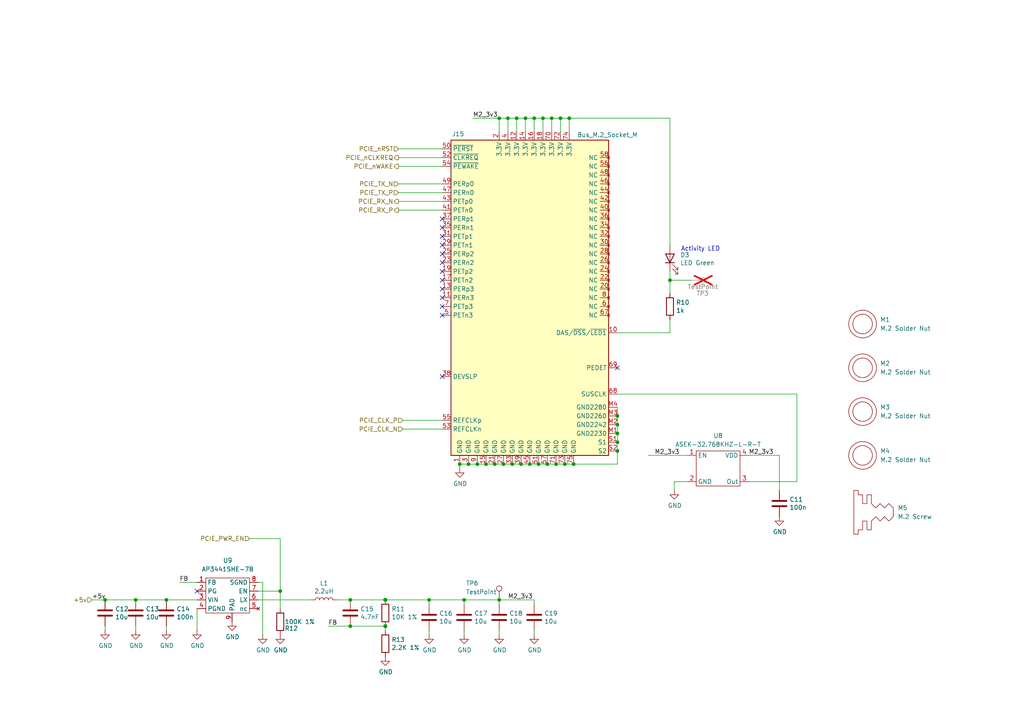
<source format=kicad_sch>
(kicad_sch (version 20231120) (generator "eeschema") (generator_version "8.0")
  (paper "A4")
  (lib_symbols
    (symbol "CM5IO:AP3441SHE-7B"
      (property "Reference" "U" (at -6.35 10.16 0))
      (property "Value" "AP3441SHE-7B" (at 0 7.62 0))
      (symbol "AP3441SHE-7B_0_1"
        (rectangle (start -6.35 6.35) (end 6.35 -3.81))
      )
      (symbol "AP3441SHE-7B_1_1"
        (pin passive line (at -8.89 5.08 0) (length 2.54) (name "FB") (number "1"))
        (pin open_collector line (at -8.89 2.54 0) (length 2.54) (name "PG") (number "2"))
        (pin power_in line (at -8.89 0 0) (length 2.54) (name "VIN") (number "3"))
        (pin power_in line (at -8.89 -2.54 0) (length 2.54) (name "PGND") (number "4"))
        (pin no_connect line (at 8.89 -2.54 180) (length 2.54) (name "nc") (number "5"))
        (pin power_out line (at 8.89 0 180) (length 2.54) (name "LX") (number "6"))
        (pin input line (at 8.89 2.54 180) (length 2.54) (name "EN") (number "7"))
        (pin power_in line (at 8.89 5.08 180) (length 2.54) (name "SGND") (number "8"))
        (pin input line (at 1.27 -6.35 90) (length 2.54) (name "PAD") (number "9"))
      )
    )
    (symbol "CM5IO:ASEK-32.768KHZ-L-R-T"
      (property "Reference" "U" (at -5.08 6.35 0))
      (property "Value" "ASEK-32.768KHZ-L-R-T" (at 0 -6.35 0))
      (symbol "ASEK-32.768KHZ-L-R-T_0_1"
        (rectangle (start -6.35 5.08) (end 6.35 -5.08))
      )
      (symbol "ASEK-32.768KHZ-L-R-T_1_1"
        (pin input line (at -8.89 3.81 0) (length 2.54) (name "EN") (number "1"))
        (pin power_in line (at -8.89 -3.81 0) (length 2.54) (name "GND") (number "2"))
        (pin output line (at 8.89 -3.81 180) (length 2.54) (name "Out") (number "3"))
        (pin power_in line (at 8.89 3.81 180) (length 2.54) (name "VDD") (number "4"))
      )
    )
    (symbol "CM5IO:Bus_M.2_Socket_M"
      (property "Reference" "J" (at -22.86 46.99 0))
      (property "Value" "Bus_M.2_Socket_M" (at 30.988 46.99 0))
      (symbol "Bus_M.2_Socket_M_0_1"
        (rectangle (start -22.86 45.72) (end 22.86 -45.72) (stroke (width 0.254)) (fill (type background)))
      )
      (symbol "Bus_M.2_Socket_M_1_1"
        (pin power_in line (at -20.32 -48.26 90) (length 2.54) (name "GND") (number "1"))
        (pin bidirectional line (at 25.4 -10.16 180) (length 2.54) (name "DAS/~{DSS}/~{LED1}") (number "10"))
        (pin input line (at -25.4 0 0) (length 2.54) (name "PERn3") (number "11"))
        (pin power_in line (at -3.81 48.26 270) (length 2.54) (name "3.3V") (number "12"))
        (pin input line (at -25.4 2.54 0) (length 2.54) (name "PERp3") (number "13"))
        (pin power_in line (at -1.27 48.26 270) (length 2.54) (name "3.3V") (number "14"))
        (pin power_in line (at -12.7 -48.26 90) (length 2.54) (name "GND") (number "15"))
        (pin power_in line (at 1.27 48.26 270) (length 2.54) (name "3.3V") (number "16"))
        (pin output line (at -25.4 5.08 0) (length 2.54) (name "PETn2") (number "17"))
        (pin power_in line (at 3.81 48.26 270) (length 2.54) (name "3.3V") (number "18"))
        (pin output line (at -25.4 7.62 0) (length 2.54) (name "PETp2") (number "19"))
        (pin power_in line (at -8.89 48.26 270) (length 2.54) (name "3.3V") (number "2"))
        (pin no_connect line (at 22.86 2.54 180) (length 2.54) (name "NC") (number "20"))
        (pin power_in line (at -10.16 -48.26 90) (length 2.54) (name "GND") (number "21"))
        (pin no_connect line (at 22.86 5.08 180) (length 2.54) (name "NC") (number "22"))
        (pin input line (at -25.4 10.16 0) (length 2.54) (name "PERn2") (number "23"))
        (pin no_connect line (at 22.86 7.62 180) (length 2.54) (name "NC") (number "24"))
        (pin input line (at -25.4 12.7 0) (length 2.54) (name "PERp2") (number "25"))
        (pin no_connect line (at 22.86 10.16 180) (length 2.54) (name "NC") (number "26"))
        (pin power_in line (at -7.62 -48.26 90) (length 2.54) (name "GND") (number "27"))
        (pin no_connect line (at 22.86 12.7 180) (length 2.54) (name "NC") (number "28"))
        (pin output line (at -25.4 15.24 0) (length 2.54) (name "PETn1") (number "29"))
        (pin power_in line (at -17.78 -48.26 90) (length 2.54) (name "GND") (number "3"))
        (pin no_connect line (at 22.86 15.24 180) (length 2.54) (name "NC") (number "30"))
        (pin output line (at -25.4 17.78 0) (length 2.54) (name "PETp1") (number "31"))
        (pin no_connect line (at 22.86 17.78 180) (length 2.54) (name "NC") (number "32"))
        (pin power_in line (at -5.08 -48.26 90) (length 2.54) (name "GND") (number "33"))
        (pin no_connect line (at 22.86 20.32 180) (length 2.54) (name "NC") (number "34"))
        (pin input line (at -25.4 20.32 0) (length 2.54) (name "PERn1") (number "35"))
        (pin no_connect line (at 22.86 22.86 180) (length 2.54) (name "NC") (number "36"))
        (pin input line (at -25.4 22.86 0) (length 2.54) (name "PERp1") (number "37"))
        (pin input line (at -25.4 -22.86 0) (length 2.54) (name "DEVSLP") (number "38"))
        (pin power_in line (at -2.54 -48.26 90) (length 2.54) (name "GND") (number "39"))
        (pin power_in line (at -6.35 48.26 270) (length 2.54) (name "3.3V") (number "4"))
        (pin no_connect line (at 22.86 25.4 180) (length 2.54) (name "NC") (number "40"))
        (pin output line (at -25.4 25.4 0) (length 2.54) (name "PETn0") (number "41"))
        (pin no_connect line (at 22.86 27.94 180) (length 2.54) (name "NC") (number "42"))
        (pin output line (at -25.4 27.94 0) (length 2.54) (name "PETp0") (number "43"))
        (pin no_connect line (at 22.86 30.48 180) (length 2.54) (name "NC") (number "44"))
        (pin power_in line (at 0 -48.26 90) (length 2.54) (name "GND") (number "45"))
        (pin no_connect line (at 22.86 33.02 180) (length 2.54) (name "NC") (number "46"))
        (pin input line (at -25.4 30.48 0) (length 2.54) (name "PERn0") (number "47"))
        (pin no_connect line (at 22.86 35.56 180) (length 2.54) (name "NC") (number "48"))
        (pin input line (at -25.4 33.02 0) (length 2.54) (name "PERp0") (number "49"))
        (pin output line (at -25.4 -5.08 0) (length 2.54) (name "PETn3") (number "5"))
        (pin input line (at -25.4 43.18 0) (length 2.54) (name "~{PERST}") (number "50"))
        (pin power_in line (at 2.54 -48.26 90) (length 2.54) (name "GND") (number "51"))
        (pin bidirectional line (at -25.4 40.64 0) (length 2.54) (name "~{CLKREQ}") (number "52"))
        (pin input line (at -25.4 -38.1 0) (length 2.54) (name "REFCLKn") (number "53"))
        (pin bidirectional line (at -25.4 38.1 0) (length 2.54) (name "~{PEWAKE}") (number "54"))
        (pin input line (at -25.4 -35.56 0) (length 2.54) (name "REFCLKp") (number "55"))
        (pin no_connect line (at 22.86 38.1 180) (length 2.54) (name "NC") (number "56"))
        (pin power_in line (at 5.08 -48.26 90) (length 2.54) (name "GND") (number "57"))
        (pin no_connect line (at 22.86 40.64 180) (length 2.54) (name "NC") (number "58"))
        (pin no_connect line (at 22.86 -2.54 180) (length 2.54) (name "NC") (number "6"))
        (pin no_connect line (at 22.86 -5.08 180) (length 2.54) (name "NC") (number "67"))
        (pin input line (at 25.4 -27.94 180) (length 2.54) (name "SUSCLK") (number "68"))
        (pin passive line (at 25.4 -20.32 180) (length 2.54) (name "PEDET") (number "69"))
        (pin output line (at -25.4 -2.54 0) (length 2.54) (name "PETp3") (number "7"))
        (pin power_in line (at 6.35 48.26 270) (length 2.54) (name "3.3V") (number "70"))
        (pin power_in line (at 7.62 -48.26 90) (length 2.54) (name "GND") (number "71"))
        (pin power_in line (at 8.89 48.26 270) (length 2.54) (name "3.3V") (number "72"))
        (pin power_in line (at 10.16 -48.26 90) (length 2.54) (name "GND") (number "73"))
        (pin power_in line (at 11.43 48.26 270) (length 2.54) (name "3.3V") (number "74"))
        (pin power_in line (at 12.7 -48.26 90) (length 2.54) (name "GND") (number "75"))
        (pin no_connect line (at 22.86 0 180) (length 2.54) (name "NC") (number "8"))
        (pin power_in line (at -15.24 -48.26 90) (length 2.54) (name "GND") (number "9"))
        (pin passive line (at 25.4 -39.37 180) (length 2.54) (name "GND2230") (number "M1"))
        (pin passive line (at 25.4 -36.83 180) (length 2.54) (name "GND2242") (number "M2"))
        (pin passive line (at 25.4 -34.29 180) (length 2.54) (name "GND2260") (number "M3"))
        (pin passive line (at 25.4 -31.75 180) (length 2.54) (name "GND2280") (number "M4"))
        (pin passive line (at 25.4 -41.91 180) (length 2.54) (name "S1") (number "S1"))
        (pin passive line (at 25.4 -44.45 180) (length 2.54) (name "S2") (number "S2"))
      )
    )
    (symbol "CM5IO:M.2_Screw" (pin_numbers hide) (pin_names (offset 0) hide) (on_board no)
      (property "Reference" "M" (at -0.254 -6.35 0))
      (property "Value" "M.2 Screw" (at 0.254 -8.636 0))
      (symbol "M.2_Screw_0_1"
        (polyline (pts (xy -5.08 0) (xy -5.08 -6.35) (xy -3.81 -6.35) (xy -3.81 -5.08) (xy -2.54 -5.08) (xy -2.54 -2.54) (xy -1.27 -2.54) (xy -1.27 -5.08) (xy 0 -5.08) (xy 0 -2.54) (xy 1.27 -1.27) (xy 2.54 -2.54) (xy 3.81 -1.27) (xy 5.08 -2.54) (xy 6.35 -1.27) (xy 6.35 1.27) (xy 5.08 2.54) (xy 3.81 1.27) (xy 2.54 2.54) (xy 1.27 1.27) (xy 0 2.54) (xy 0 5.08) (xy -1.27 5.08) (xy -1.27 2.54) (xy -2.54 2.54) (xy -2.54 5.08) (xy -3.81 5.08) (xy -3.81 6.35) (xy -5.08 6.35) (xy -5.08 0)))
      )
    )
    (symbol "CM5IO:SolderNut" (pin_numbers hide) (pin_names (offset 0) hide) (exclude_from_sim yes) (on_board no)
      (property "Reference" "M" (at -6.35 -3.556 0))
      (property "Value" "M.2 Solder Nut" (at 0.254 -5.842 0))
      (symbol "SolderNut_0_1"
        (circle (center 0 0) (radius 2.8398))
        (circle (center 0 0) (radius 4.0161))
      )
    )
    (symbol "Connector:TestPoint" (pin_numbers hide) (pin_names (offset 0.762) hide)
      (property "Reference" "TP" (at 0 6.858 0))
      (property "Value" "TestPoint" (at 0 5.08 0))
      (symbol "TestPoint_0_1"
        (circle (center 0 3.302) (radius 0.762))
      )
      (symbol "TestPoint_1_1"
        (pin passive line (at 0 0 90) (length 2.54) (name "1") (number "1"))
      )
    )
    (symbol "Device:C" (pin_numbers hide) (pin_names (offset 0.254))
      (property "Reference" "C" (at 0.635 2.54 0))
      (property "Value" "C" (at 0.635 -2.54 0))
      (symbol "C_0_1"
        (polyline (pts (xy -2.032 -0.762) (xy 2.032 -0.762)) (stroke (width 0.508)))
        (polyline (pts (xy -2.032 0.762) (xy 2.032 0.762)) (stroke (width 0.508)))
      )
      (symbol "C_1_1"
        (pin passive line (at 0 3.81 270) (length 2.794) (name "~") (number "1"))
        (pin passive line (at 0 -3.81 90) (length 2.794) (name "~") (number "2"))
      )
    )
    (symbol "Device:L" (pin_numbers hide) (pin_names (offset 1.016) hide)
      (property "Reference" "L" (at -1.27 0 90))
      (property "Value" "L" (at 1.905 0 90))
      (symbol "L_0_1"
        (arc (start 0 -2.54) (mid 0.6323 -1.905) (end 0 -1.27))
        (arc (start 0 -1.27) (mid 0.6323 -0.635) (end 0 0))
        (arc (start 0 0) (mid 0.6323 0.635) (end 0 1.27))
        (arc (start 0 1.27) (mid 0.6323 1.905) (end 0 2.54))
      )
      (symbol "L_1_1"
        (pin passive line (at 0 3.81 270) (length 1.27) (name "1") (number "1"))
        (pin passive line (at 0 -3.81 90) (length 1.27) (name "2") (number "2"))
      )
    )
    (symbol "Device:LED" (pin_numbers hide) (pin_names (offset 1.016) hide)
      (property "Reference" "D" (at 0 2.54 0))
      (property "Value" "LED" (at 0 -2.54 0))
      (symbol "LED_0_1"
        (polyline (pts (xy -1.27 -1.27) (xy -1.27 1.27)) (stroke (width 0.254)))
        (polyline (pts (xy -1.27 0) (xy 1.27 0)))
        (polyline (pts (xy 1.27 -1.27) (xy 1.27 1.27) (xy -1.27 0) (xy 1.27 -1.27)) (stroke (width 0.254)))
        (polyline (pts (xy -3.048 -0.762) (xy -4.572 -2.286) (xy -3.81 -2.286) (xy -4.572 -2.286) (xy -4.572 -1.524)))
        (polyline (pts (xy -1.778 -0.762) (xy -3.302 -2.286) (xy -2.54 -2.286) (xy -3.302 -2.286) (xy -3.302 -1.524)))
      )
      (symbol "LED_1_1"
        (pin passive line (at -3.81 0 0) (length 2.54) (name "K") (number "1"))
        (pin passive line (at 3.81 0 180) (length 2.54) (name "A") (number "2"))
      )
    )
    (symbol "Device:R" (pin_numbers hide) (pin_names (offset 0))
      (property "Reference" "R" (at 2.032 0 90))
      (property "Value" "R" (at 0 0 90))
      (symbol "R_0_1"
        (rectangle (start -1.016 -2.54) (end 1.016 2.54) (stroke (width 0.254)))
      )
      (symbol "R_1_1"
        (pin passive line (at 0 3.81 270) (length 1.27) (name "~") (number "1"))
        (pin passive line (at 0 -3.81 90) (length 1.27) (name "~") (number "2"))
      )
    )
    (symbol "power:GND" (power) (pin_numbers hide) (pin_names (offset 0) hide)
      (property "Value" "GND" (at 0 -3.81 0))
      (symbol "GND_0_1"
        (polyline (pts (xy 0 0) (xy 0 -1.27) (xy 1.27 -1.27) (xy 0 -2.54) (xy -1.27 -1.27) (xy 0 -1.27)))
      )
      (symbol "GND_1_1"
        (pin power_in line (at 0 0 270) (length 0) (name "~") (number "1"))
      )
    )
  )
  (junction (at 30.48 173.99))
  (junction (at 165.1 34.29))
  (junction (at 179.07 125.73))
  (junction (at 147.32 34.29))
  (junction (at 39.37 173.99))
  (junction (at 111.76 173.99) (diameter 1.016))
  (junction (at 162.56 34.29))
  (junction (at 101.6 181.61))
  (junction (at 111.76 181.61) (diameter 1.016))
  (junction (at 163.83 134.62))
  (junction (at 156.21 134.62))
  (junction (at 134.62 173.99))
  (junction (at 157.48 34.29))
  (junction (at 124.46 173.99))
  (junction (at 144.78 173.99))
  (junction (at 152.4 34.29))
  (junction (at 153.67 134.62))
  (junction (at 194.31 81.28))
  (junction (at 138.43 134.62))
  (junction (at 144.78 34.29))
  (junction (at 148.59 134.62))
  (junction (at 160.02 34.29))
  (junction (at 179.07 130.81))
  (junction (at 166.37 134.62))
  (junction (at 146.05 134.62))
  (junction (at 101.6 173.99))
  (junction (at 143.51 134.62))
  (junction (at 154.94 34.29))
  (junction (at 133.35 134.62))
  (junction (at 140.97 134.62))
  (junction (at 135.89 134.62))
  (junction (at 179.07 128.27))
  (junction (at 161.29 134.62))
  (junction (at 179.07 123.19))
  (junction (at 179.07 120.65))
  (junction (at 81.28 171.45))
  (junction (at 158.75 134.62))
  (junction (at 151.13 134.62))
  (junction (at 48.26 173.99))
  (junction (at 149.86 34.29))
  (no_connect (at 128.27 81.28))
  (no_connect (at 128.27 66.04))
  (no_connect (at 128.27 109.22))
  (no_connect (at 128.27 68.58))
  (no_connect (at 57.15 171.45))
  (no_connect (at 128.27 91.44))
  (no_connect (at 128.27 86.36))
  (no_connect (at 128.27 76.2))
  (no_connect (at 128.27 63.5))
  (no_connect (at 179.07 106.68))
  (no_connect (at 128.27 78.74))
  (no_connect (at 128.27 83.82))
  (no_connect (at 128.27 71.12))
  (no_connect (at 128.27 88.9))
  (no_connect (at 128.27 73.66))
  (wire (pts (xy 194.31 96.52) (xy 194.31 92.71)))
  (wire (pts (xy 154.94 182.88) (xy 154.94 184.15)))
  (wire (pts (xy 26.67 173.99) (xy 30.48 173.99)))
  (wire (pts (xy 134.62 173.99) (xy 144.78 173.99)))
  (wire (pts (xy 115.57 58.42) (xy 128.27 58.42)))
  (wire (pts (xy 115.57 55.88) (xy 128.27 55.88)))
  (wire (pts (xy 231.14 114.3) (xy 231.14 139.7)))
  (wire (pts (xy 149.86 34.29) (xy 149.86 38.1)))
  (wire (pts (xy 115.57 43.18) (xy 128.27 43.18)))
  (wire (pts (xy 179.07 120.65) (xy 179.07 123.19)))
  (wire (pts (xy 179.07 134.62) (xy 166.37 134.62)))
  (wire (pts (xy 101.6 181.61) (xy 111.76 181.61)))
  (wire (pts (xy 134.62 173.99) (xy 134.62 175.26)))
  (wire (pts (xy 161.29 134.62) (xy 158.75 134.62)))
  (wire (pts (xy 116.84 124.46) (xy 128.27 124.46)))
  (wire (pts (xy 111.76 173.99) (xy 124.46 173.99)))
  (wire (pts (xy 124.46 184.15) (xy 124.46 182.88)))
  (wire (pts (xy 133.35 134.62) (xy 133.35 135.89)))
  (wire (pts (xy 162.56 34.29) (xy 165.1 34.29)))
  (wire (pts (xy 138.43 134.62) (xy 135.89 134.62)))
  (wire (pts (xy 115.57 45.72) (xy 128.27 45.72)))
  (wire (pts (xy 81.28 171.45) (xy 81.28 176.53)))
  (wire (pts (xy 48.26 173.99) (xy 57.15 173.99)))
  (wire (pts (xy 144.78 34.29) (xy 147.32 34.29)))
  (wire (pts (xy 57.15 182.88) (xy 57.15 176.53)))
  (wire (pts (xy 30.48 173.99) (xy 39.37 173.99)))
  (wire (pts (xy 154.94 34.29) (xy 154.94 38.1)))
  (wire (pts (xy 48.26 181.61) (xy 48.26 182.88)))
  (wire (pts (xy 74.93 171.45) (xy 81.28 171.45)))
  (wire (pts (xy 194.31 81.28) (xy 194.31 85.09)))
  (wire (pts (xy 149.86 34.29) (xy 152.4 34.29)))
  (wire (pts (xy 115.57 48.26) (xy 128.27 48.26)))
  (wire (pts (xy 143.51 134.62) (xy 146.05 134.62)))
  (wire (pts (xy 144.78 173.99) (xy 154.94 173.99)))
  (wire (pts (xy 30.48 181.61) (xy 30.48 182.88)))
  (wire (pts (xy 115.57 60.96) (xy 128.27 60.96)))
  (wire (pts (xy 111.76 182.88) (xy 111.76 181.61)))
  (wire (pts (xy 157.48 34.29) (xy 157.48 38.1)))
  (wire (pts (xy 147.32 34.29) (xy 149.86 34.29)))
  (wire (pts (xy 195.58 142.24) (xy 195.58 139.7)))
  (wire (pts (xy 147.32 34.29) (xy 147.32 38.1)))
  (wire (pts (xy 163.83 134.62) (xy 161.29 134.62)))
  (wire (pts (xy 148.59 134.62) (xy 146.05 134.62)))
  (wire (pts (xy 81.28 156.21) (xy 81.28 171.45)))
  (wire (pts (xy 151.13 134.62) (xy 153.67 134.62)))
  (wire (pts (xy 226.06 142.24) (xy 226.06 132.08)))
  (wire (pts (xy 95.25 181.61) (xy 101.6 181.61)))
  (wire (pts (xy 116.84 121.92) (xy 128.27 121.92)))
  (wire (pts (xy 187.96 132.08) (xy 199.39 132.08)))
  (wire (pts (xy 76.2 168.91) (xy 76.2 184.15)))
  (wire (pts (xy 148.59 134.62) (xy 151.13 134.62)))
  (wire (pts (xy 152.4 34.29) (xy 154.94 34.29)))
  (wire (pts (xy 124.46 175.26) (xy 124.46 173.99)))
  (wire (pts (xy 144.78 34.29) (xy 144.78 38.1)))
  (wire (pts (xy 144.78 182.88) (xy 144.78 184.15)))
  (wire (pts (xy 39.37 181.61) (xy 39.37 182.88)))
  (wire (pts (xy 195.58 139.7) (xy 199.39 139.7)))
  (wire (pts (xy 124.46 173.99) (xy 134.62 173.99)))
  (wire (pts (xy 156.21 134.62) (xy 153.67 134.62)))
  (wire (pts (xy 160.02 34.29) (xy 160.02 38.1)))
  (wire (pts (xy 166.37 134.62) (xy 163.83 134.62)))
  (wire (pts (xy 97.79 173.99) (xy 101.6 173.99)))
  (wire (pts (xy 154.94 173.99) (xy 154.94 175.26)))
  (wire (pts (xy 231.14 139.7) (xy 217.17 139.7)))
  (wire (pts (xy 154.94 34.29) (xy 157.48 34.29)))
  (wire (pts (xy 160.02 34.29) (xy 162.56 34.29)))
  (wire (pts (xy 165.1 34.29) (xy 165.1 38.1)))
  (wire (pts (xy 179.07 114.3) (xy 231.14 114.3)))
  (wire (pts (xy 179.07 123.19) (xy 179.07 125.73)))
  (wire (pts (xy 179.07 130.81) (xy 179.07 134.62)))
  (wire (pts (xy 152.4 34.29) (xy 152.4 38.1)))
  (wire (pts (xy 179.07 118.11) (xy 179.07 120.65)))
  (wire (pts (xy 138.43 134.62) (xy 140.97 134.62)))
  (wire (pts (xy 137.16 34.29) (xy 144.78 34.29)))
  (wire (pts (xy 74.93 173.99) (xy 90.17 173.99)))
  (wire (pts (xy 158.75 134.62) (xy 156.21 134.62)))
  (wire (pts (xy 52.07 168.91) (xy 57.15 168.91)))
  (wire (pts (xy 162.56 34.29) (xy 162.56 38.1)))
  (wire (pts (xy 128.27 53.34) (xy 115.57 53.34)))
  (wire (pts (xy 140.97 134.62) (xy 143.51 134.62)))
  (wire (pts (xy 194.31 34.29) (xy 194.31 71.12)))
  (wire (pts (xy 101.6 173.99) (xy 111.76 173.99)))
  (wire (pts (xy 144.78 173.99) (xy 144.78 175.26)))
  (wire (pts (xy 74.93 168.91) (xy 76.2 168.91)))
  (wire (pts (xy 194.31 81.28) (xy 194.31 78.74)))
  (wire (pts (xy 133.35 134.62) (xy 135.89 134.62)))
  (wire (pts (xy 179.07 96.52) (xy 194.31 96.52)))
  (wire (pts (xy 226.06 132.08) (xy 217.17 132.08)))
  (wire (pts (xy 134.62 182.88) (xy 134.62 184.15)))
  (wire (pts (xy 72.39 156.21) (xy 81.28 156.21)))
  (wire (pts (xy 179.07 125.73) (xy 179.07 128.27)))
  (wire (pts (xy 179.07 128.27) (xy 179.07 130.81)))
  (wire (pts (xy 194.31 81.28) (xy 200.66 81.28)))
  (wire (pts (xy 39.37 173.99) (xy 48.26 173.99)))
  (wire (pts (xy 165.1 34.29) (xy 194.31 34.29)))
  (wire (pts (xy 157.48 34.29) (xy 160.02 34.29)))
  (text "Activity LED" (at 197.485 73.025 0) (effects (font (size 1.27 1.27)) (justify left bottom)))
  (label "FB" (at 95.25 181.61 0))
  (label "M2_3v3" (at 189.865 132.08 0))
  (label "M2_3v3" (at 147.32 173.99 0))
  (label "M2_3v3" (at 217.17 132.08 0))
  (label "M2_3v3" (at 137.16 34.29 0))
  (label "+5v" (at 26.67 173.99 0))
  (label "FB" (at 52.07 168.91 0))
  (hierarchical_label "PCIE_nWAKE" (shape output) (at 115.57 48.26 180))
  (hierarchical_label "PCIE_TX_P" (shape input) (at 115.57 55.88 180))
  (hierarchical_label "PCIE_nCLKREQ" (shape output) (at 115.57 45.72 180))
  (hierarchical_label "PCIE_CLK_P" (shape input) (at 116.84 121.92 180))
  (hierarchical_label "PCIE_PWR_EN" (shape input) (at 72.39 156.21 180))
  (hierarchical_label "+5v" (shape input) (at 26.67 173.99 180))
  (hierarchical_label "PCIE_RX_N" (shape output) (at 115.57 58.42 180))
  (hierarchical_label "PCIE_CLK_N" (shape input) (at 116.84 124.46 180))
  (hierarchical_label "PCIE_RX_P" (shape output) (at 115.57 60.96 180))
  (hierarchical_label "PCIE_TX_N" (shape input) (at 115.57 53.34 180))
  (hierarchical_label "PCIE_nRST" (shape input) (at 115.57 43.18 180))
  (symbol (lib_id "Device:LED") (at 194.31 74.93 90) (unit 1)
    (property "Reference" "D3" (at 197.2818 73.9394 90) (effects (justify right)))
    (property "Value" "LED Green" (at 197.2818 76.2508 90) (effects (justify right)))
    (property "Footprint" "LED_SMD:LED_0603_1608Metric" (effects (hide yes)))
    (property "Datasheet" "http://optoelectronics.liteon.com/upload/download/DS22-2000-226/LTST-S270KGKT.pdf" (effects (hide yes)))
    (property "Field4" "Digikey " (effects (hide yes)))
    (property "Field5" "LTST-S270KGKT" (effects (hide yes)))
    (property "Field6" "SML-A12M8TT86N" (effects (hide yes)))
    (property "Field7" "Rohm" (effects (hide yes)))
    (property "Field8" "650263301" (effects (hide yes)))
    (property "Part Description" "	Green 572nm LED Indication - Discrete 2.2V 2-SMD, No Lead" (effects (hide yes)))
    (property "digikey" "LTST-S270KGKT" (effects (hide yes)))
  )
  (symbol (lib_id "power:GND") (at 154.94 184.15 0) (unit 1)
    (property "Reference" "#PWR052" (effects (hide yes)))
    (property "Value" "GND" (at 155.067 188.5442 0))
    (property "Description" "Power symbol creates a global label with name \"GND\" , ground" (effects (hide yes)))
  )
  (symbol (lib_id "power:GND") (at 81.28 184.15 0) (unit 1)
    (property "Reference" "#PWR048" (effects (hide yes)))
    (property "Value" "GND" (at 81.407 188.5442 0))
    (property "Description" "Power symbol creates a global label with name \"GND\" , ground" (effects (hide yes)))
  )
  (symbol (lib_id "power:GND") (at 124.46 184.15 0) (unit 1)
    (property "Reference" "#PWR049" (effects (hide yes)))
    (property "Value" "GND" (at 124.587 188.5442 0))
    (property "Description" "Power symbol creates a global label with name \"GND\" , ground" (effects (hide yes)))
  )
  (symbol (lib_id "Device:C") (at 134.62 179.07 0) (unit 1)
    (property "Reference" "C17" (at 137.541 177.9016 0) (effects (justify left)))
    (property "Value" "10u" (at 137.541 180.213 0) (effects (justify left)))
    (property "Footprint" "Capacitor_SMD:C_0805_2012Metric_Pad1.18x1.45mm_HandSolder" (effects (hide yes)))
    (property "Field4" "Digikey" (effects (hide yes)))
    (property "Field5" "490-14381-1-ND" (effects (hide yes)))
    (property "Field6" "GRM21BR71A106KA73L" (effects (hide yes)))
    (property "Field7" "Murata" (effects (hide yes)))
    (property "Field8" "111893011" (effects (hide yes)))
    (property "Part Description" "	10uF 10% 10V Ceramic Capacitor X7R 0805 (2012 Metric)" (effects (hide yes)))
    (property "digikey" "1276-1096-1-ND " (effects (hide yes)))
  )
  (symbol (lib_id "Device:C") (at 39.37 177.8 0) (unit 1)
    (property "Reference" "C13" (at 42.291 176.6316 0) (effects (justify left)))
    (property "Value" "10u" (at 42.291 178.943 0) (effects (justify left)))
    (property "Footprint" "Capacitor_SMD:C_0805_2012Metric_Pad1.18x1.45mm_HandSolder" (effects (hide yes)))
    (property "Field4" "Digikey" (effects (hide yes)))
    (property "Field5" "490-14381-1-ND" (effects (hide yes)))
    (property "Field6" "GRM21BR71A106KA73L" (effects (hide yes)))
    (property "Field7" "Murata" (effects (hide yes)))
    (property "Field8" "111893011" (effects (hide yes)))
    (property "Part Description" "	10uF 10% 10V Ceramic Capacitor X7R 0805 (2012 Metric)" (effects (hide yes)))
    (property "digikey" "1276-1096-1-ND " (effects (hide yes)))
  )
  (symbol (lib_id "Device:C") (at 144.78 179.07 0) (unit 1)
    (property "Reference" "C18" (at 147.701 177.9016 0) (effects (justify left)))
    (property "Value" "10u" (at 147.701 180.213 0) (effects (justify left)))
    (property "Footprint" "Capacitor_SMD:C_0805_2012Metric_Pad1.18x1.45mm_HandSolder" (effects (hide yes)))
    (property "Field4" "Digikey" (effects (hide yes)))
    (property "Field5" "490-14381-1-ND" (effects (hide yes)))
    (property "Field6" "GRM21BR71A106KA73L" (effects (hide yes)))
    (property "Field7" "Murata" (effects (hide yes)))
    (property "Field8" "111893011" (effects (hide yes)))
    (property "Part Description" "	10uF 10% 10V Ceramic Capacitor X7R 0805 (2012 Metric)" (effects (hide yes)))
    (property "digikey" "1276-1096-1-ND " (effects (hide yes)))
  )
  (symbol (lib_id "Device:L") (at 93.98 173.99 90) (unit 1)
    (property "Reference" "L1" (at 93.98 169.164 90))
    (property "Value" "2.2uH" (at 93.98 171.4754 90))
    (property "Footprint" "CM5IO:L_Bourns_SRP5030CC" (effects (hide yes)))
    (property "Datasheet" "https://www.bourns.com/docs/product-datasheets/srp5030cc.pdf" (effects (hide yes)))
    (property "Field6" "SRP5030CC-2R2M" (effects (hide yes)))
    (property "Field7" "Bourns" (effects (hide yes)))
    (property "Part Description" "Inductor, SMT, 2520, 2u2, IRMS=7A, ISAT=8A, DCR=0.032R" (effects (hide yes)))
    (property "Field5" "SRP5030CC-2R2M" (effects (hide yes)))
    (property "digikey" "118-SRP5030CC-2R2MCT-ND" (effects (hide yes)))
  )
  (symbol (lib_id "power:GND") (at 39.37 182.88 0) (unit 1)
    (property "Reference" "#PWR044" (effects (hide yes)))
    (property "Value" "GND" (at 39.497 187.2742 0))
    (property "Description" "Power symbol creates a global label with name \"GND\" , ground" (effects (hide yes)))
  )
  (symbol (lib_id "Connector:TestPoint") (at 200.66 81.28 270) (unit 1) (in_bom no) (dnp yes)
    (property "Reference" "TP3" (at 201.93 85.09 90) (effects (justify left)))
    (property "Value" "TestPoint" (at 199.39 83.185 90) (effects (justify left)))
    (property "Footprint" "TestPoint:TestPoint_Pad_2.0x2.0mm" (effects (hide yes)))
    (property "Field4" "nf" (effects (hide yes)))
    (property "Field5" "nf" (effects (hide yes)))
    (property "Field6" "nf" (effects (hide yes)))
    (property "Field7" "nf" (effects (hide yes)))
    (property "Part Description" "Test point" (effects (hide yes)))
  )
  (symbol (lib_id "power:GND") (at 76.2 184.15 0) (unit 1)
    (property "Reference" "#PWR047" (effects (hide yes)))
    (property "Value" "GND" (at 76.327 188.5442 0))
    (property "Description" "Power symbol creates a global label with name \"GND\" , ground" (effects (hide yes)))
  )
  (symbol (lib_id "power:GND") (at 111.76 190.5 0) (unit 1)
    (property "Reference" "#PWR053" (effects (hide yes)))
    (property "Value" "GND" (at 111.887 194.8942 0))
    (property "Description" "Power symbol creates a global label with name \"GND\" , ground" (effects (hide yes)))
  )
  (symbol (lib_id "Device:R") (at 111.76 186.69 0) (unit 1)
    (property "Reference" "R13" (at 113.538 185.5216 0) (effects (justify left)))
    (property "Value" "2.2K 1%" (at 113.538 187.833 0) (effects (justify left)))
    (property "Footprint" "Resistor_SMD:R_0805_2012Metric_Pad1.20x1.40mm_HandSolder" (effects (hide yes)))
    (property "Datasheet" "https://fscdn.rohm.com/en/products/databook/datasheet/passive/resistor/chip_resistor/mcr-e.pdf" (effects (hide yes)))
    (property "Field4" "Farnell" (effects (hide yes)))
    (property "Part Description" "Resistor 2.2K M1005 1% 63mW" (effects (hide yes)))
    (property "digikey" "311-2.20KCRCT-ND" (effects (hide yes)))
  )
  (symbol (lib_id "Device:R") (at 111.76 177.8 0) (unit 1)
    (property "Reference" "R11" (at 113.538 176.6316 0) (effects (justify left)))
    (property "Value" "10K 1%" (at 113.538 178.943 0) (effects (justify left)))
    (property "Footprint" "Resistor_SMD:R_0805_2012Metric_Pad1.20x1.40mm_HandSolder" (effects (hide yes)))
    (property "Datasheet" "https://fscdn.rohm.com/en/products/databook/datasheet/passive/resistor/chip_resistor/mcr-e.pdf" (effects (hide yes)))
    (property "Field4" "Farnell" (effects (hide yes)))
    (property "Field7" "Rohm" (effects (hide yes)))
    (property "Field6" "MCR01MZPF1002" (effects (hide yes)))
    (property "Part Description" "Resistor 10K M1005 1% 63mW" (effects (hide yes)))
    (property "digikey" "13-RC0805FR-1310KLCT-ND" (effects (hide yes)))
  )
  (symbol (lib_id "Device:C") (at 154.94 179.07 0) (unit 1)
    (property "Reference" "C19" (at 157.861 177.9016 0) (effects (justify left)))
    (property "Value" "10u" (at 157.861 180.213 0) (effects (justify left)))
    (property "Footprint" "Capacitor_SMD:C_0805_2012Metric_Pad1.18x1.45mm_HandSolder" (effects (hide yes)))
    (property "Field4" "Digikey" (effects (hide yes)))
    (property "Field5" "490-14381-1-ND" (effects (hide yes)))
    (property "Field6" "GRM21BR71A106KA73L" (effects (hide yes)))
    (property "Field7" "Murata" (effects (hide yes)))
    (property "Field8" "111893011" (effects (hide yes)))
    (property "Part Description" "	10uF 10% 10V Ceramic Capacitor X7R 0805 (2012 Metric)" (effects (hide yes)))
    (property "digikey" "1276-1096-1-ND " (effects (hide yes)))
  )
  (symbol (lib_id "power:GND") (at 133.35 135.89 0) (unit 1)
    (property "Reference" "#PWR039" (effects (hide yes)))
    (property "Value" "GND" (at 133.477 140.2842 0))
    (property "Description" "Power symbol creates a global label with name \"GND\" , ground" (effects (hide yes)))
  )
  (symbol (lib_id "CM5IO:SolderNut") (at 250.19 93.98 0) (unit 1) (exclude_from_sim yes) (on_board no)
    (property "Reference" "M1" (at 255.27 92.7099 0) (effects (justify left)))
    (property "Value" "M.2 Solder Nut" (at 255.27 95.2499 0) (effects (justify left)))
    (property "Part Description" "Solder nut for M.2 slot" (effects (hide yes)))
  )
  (symbol (lib_id "CM5IO:SolderNut") (at 250.19 132.08 0) (unit 1) (exclude_from_sim yes) (on_board no)
    (property "Reference" "M4" (at 255.27 130.8099 0) (effects (justify left)))
    (property "Value" "M.2 Solder Nut" (at 255.27 133.3499 0) (effects (justify left)))
    (property "Part Description" "Solder nut for M.2 slot" (effects (hide yes)))
  )
  (symbol (lib_id "Device:C") (at 48.26 177.8 0) (unit 1)
    (property "Reference" "C14" (at 51.181 176.6316 0) (effects (justify left)))
    (property "Value" "100n" (at 51.181 178.943 0) (effects (justify left)))
    (property "Footprint" "Capacitor_SMD:C_0805_2012Metric_Pad1.18x1.45mm_HandSolder" (effects (hide yes)))
    (property "Field4" "Farnell" (effects (hide yes)))
    (property "Field5" "2611911" (effects (hide yes)))
    (property "Field6" "RM EMK105 B7104KV-F" (effects (hide yes)))
    (property "Field7" "TAIYO YUDEN EUROPE GMBH" (effects (hide yes)))
    (property "Field8" "110091611" (effects (hide yes)))
    (property "Part Description" "	0.1uF 10% 16V Ceramic Capacitor X7R 0402 (1005 Metric)" (effects (hide yes)))
    (property "digikey" "1276-1003-1-ND" (effects (hide yes)))
  )
  (symbol (lib_id "power:GND") (at 57.15 182.88 0) (unit 1)
    (property "Reference" "#PWR046" (effects (hide yes)))
    (property "Value" "GND" (at 57.277 187.2742 0))
    (property "Description" "Power symbol creates a global label with name \"GND\" , ground" (effects (hide yes)))
  )
  (symbol (lib_id "Device:C") (at 30.48 177.8 0) (unit 1)
    (property "Reference" "C12" (at 33.401 176.6316 0) (effects (justify left)))
    (property "Value" "10u" (at 33.401 178.943 0) (effects (justify left)))
    (property "Footprint" "Capacitor_SMD:C_0805_2012Metric_Pad1.18x1.45mm_HandSolder" (effects (hide yes)))
    (property "Field4" "Digikey" (effects (hide yes)))
    (property "Field5" "490-14381-1-ND" (effects (hide yes)))
    (property "Field6" "GRM21BR71A106KA73L" (effects (hide yes)))
    (property "Field7" "Murata" (effects (hide yes)))
    (property "Field8" "111893011" (effects (hide yes)))
    (property "Part Description" "	10uF 10% 10V Ceramic Capacitor X7R 0805 (2012 Metric)" (effects (hide yes)))
    (property "digikey" "1276-1096-1-ND " (effects (hide yes)))
  )
  (symbol (lib_id "Device:R") (at 194.31 88.9 0) (unit 1)
    (property "Reference" "R10" (at 196.088 87.7316 0) (effects (justify left)))
    (property "Value" "1k" (at 196.088 90.043 0) (effects (justify left)))
    (property "Footprint" "Resistor_SMD:R_0805_2012Metric_Pad1.20x1.40mm_HandSolder" (effects (hide yes)))
    (property "Datasheet" "https://fscdn.rohm.com/en/products/databook/datasheet/passive/resistor/chip_resistor/mcr-e.pdf" (effects (hide yes)))
    (property "Field4" "Farnell" (effects (hide yes)))
    (property "Field5" "9239235" (effects (hide yes)))
    (property "Field7" "KOA EUROPE GMBH" (effects (hide yes)))
    (property "Field6" "RK73H1ETTP1001F" (effects (hide yes)))
    (property "Part Description" "Resistor 1K M1005 1% 63mW" (effects (hide yes)))
    (property "Field8" "125049511" (effects (hide yes)))
    (property "digikey" "311-1.00KCRCT-ND" (effects (hide yes)))
  )
  (symbol (lib_id "power:GND") (at 67.31 180.34 0) (unit 1)
    (property "Reference" "#PWR042" (effects (hide yes)))
    (property "Value" "GND" (at 67.437 184.7342 0))
    (property "Description" "Power symbol creates a global label with name \"GND\" , ground" (effects (hide yes)))
  )
  (symbol (lib_id "CM5IO:SolderNut") (at 250.19 119.38 0) (unit 1) (exclude_from_sim yes) (on_board no)
    (property "Reference" "M3" (at 255.27 118.1099 0) (effects (justify left)))
    (property "Value" "M.2 Solder Nut" (at 255.27 120.6499 0) (effects (justify left)))
    (property "Part Description" "Solder nut for M.2 slot" (effects (hide yes)))
  )
  (symbol (lib_id "power:GND") (at 30.48 182.88 0) (unit 1)
    (property "Reference" "#PWR043" (effects (hide yes)))
    (property "Value" "GND" (at 30.607 187.2742 0))
    (property "Description" "Power symbol creates a global label with name \"GND\" , ground" (effects (hide yes)))
  )
  (symbol (lib_id "power:GND") (at 226.06 149.86 0) (unit 1)
    (property "Reference" "#PWR041" (effects (hide yes)))
    (property "Value" "GND" (at 226.187 154.2542 0))
    (property "Description" "Power symbol creates a global label with name \"GND\" , ground" (effects (hide yes)))
  )
  (symbol (lib_id "CM5IO:AP3441SHE-7B") (at 66.04 173.99 0) (unit 1)
    (property "Reference" "U9" (at 66.04 162.56 0))
    (property "Value" "AP3441SHE-7B" (at 66.04 165.1 0))
    (property "Footprint" "Package_DFN_QFN:DFN-8-1EP_2x2mm_P0.5mm_EP1.05x1.75mm" (effects (hide yes)))
    (property "Datasheet" "https://www.diodes.com/assets/Datasheets/AP3441-L.pdf" (effects (hide yes)))
    (property "Field5" "AP3441SHE-7B" (effects (hide yes)))
    (property "Field6" "AP3441SHE-7B" (effects (hide yes)))
    (property "Field7" "Diodes" (effects (hide yes)))
    (property "Part Description" "3A DC-DC converter" (effects (hide yes)))
    (property "digikey" "AP3441SHE-7BDICT-ND" (effects (hide yes)))
  )
  (symbol (lib_id "CM5IO:M.2_Screw") (at 252.73 148.59 0) (unit 1) (on_board no)
    (property "Reference" "M5" (at 260.35 147.3199 0) (effects (justify left)))
    (property "Value" "M.2 Screw" (at 260.35 149.8599 0) (effects (justify left)))
    (property "Part Description" "M.2 Screw" (effects (hide yes)))
  )
  (symbol (lib_id "Device:C") (at 124.46 179.07 0) (unit 1)
    (property "Reference" "C16" (at 127.381 177.9016 0) (effects (justify left)))
    (property "Value" "10u" (at 127.381 180.213 0) (effects (justify left)))
    (property "Footprint" "Capacitor_SMD:C_0805_2012Metric_Pad1.18x1.45mm_HandSolder" (effects (hide yes)))
    (property "Field4" "Digikey" (effects (hide yes)))
    (property "Field5" "490-14381-1-ND" (effects (hide yes)))
    (property "Field6" "GRM21BR71A106KA73L" (effects (hide yes)))
    (property "Field7" "Murata" (effects (hide yes)))
    (property "Field8" "111893011" (effects (hide yes)))
    (property "Part Description" "	10uF 10% 10V Ceramic Capacitor X7R 0805 (2012 Metric)" (effects (hide yes)))
    (property "digikey" "1276-1096-1-ND " (effects (hide yes)))
  )
  (symbol (lib_id "CM5IO:ASEK-32.768KHZ-L-R-T") (at 208.28 135.89 0) (unit 1)
    (property "Reference" "U8" (at 208.28 126.365 0))
    (property "Value" "ASEK-32.768KHZ-L-R-T" (at 208.28 128.905 0))
    (property "Footprint" "Crystal:Crystal_SMD_3225-4Pin_3.2x2.5mm" (effects (hide yes)))
    (property "Datasheet" "https://abracon.com/Oscillators/ASEK.pdf" (effects (hide yes)))
    (property "Field5" "ASEK-32.768KHZ-L-R-T" (effects (hide yes)))
    (property "Field6" "ASEK-32.768KHZ-L-R-T" (effects (hide yes)))
    (property "Field7" "abracon" (effects (hide yes)))
    (property "Part Description" "32KHz Xtal oscilator" (effects (hide yes)))
    (property "digikey" "535-ASEK-32.768KHZ-L-R-TCT-ND" (effects (hide yes)))
  )
  (symbol (lib_id "Device:R") (at 81.28 180.34 0) (unit 1)
    (property "Reference" "R12" (at 82.55 182.245 0) (effects (justify left)))
    (property "Value" "100K 1%" (at 82.55 180.34 0) (effects (justify left)))
    (property "Footprint" "Resistor_SMD:R_0805_2012Metric_Pad1.20x1.40mm_HandSolder" (effects (hide yes)))
    (property "Datasheet" "https://fscdn.rohm.com/en/products/databook/datasheet/passive/resistor/chip_resistor/mcr-e.pdf" (effects (hide yes)))
    (property "Field4" "Farnell" (effects (hide yes)))
    (property "Field6" "MCR01MZPF1003" (effects (hide yes)))
    (property "Field7" "Rohm" (effects (hide yes)))
    (property "Part Description" "Resistor 100K M1005 1% 63mW" (effects (hide yes)))
    (property "digikey" "311-100KCRCT-ND" (effects (hide yes)))
  )
  (symbol (lib_id "CM5IO:Bus_M.2_Socket_M") (at 153.67 86.36 0) (unit 1)
    (property "Reference" "J15" (at 131.064 38.862 0) (effects (justify left)))
    (property "Value" "Bus_M.2_Socket_M" (at 167.386 39.116 0) (effects (justify left)))
    (property "Footprint" "CM5IO:M.2 M Key socket" (effects (hide yes)))
    (property "Description" "M.2 Socket 3 Mechanical Key M" (effects (hide yes)))
    (property "Field5" "MTSSD03-67MSW337" (effects (hide yes)))
    (property "Field6" "MTSSD03-67MSW337" (effects (hide yes)))
    (property "Field7" "MTCONN" (effects (hide yes)))
    (property "Part Description" "M.2 M Key connector" (effects (hide yes)))
    (property "digikey" "609-6590CT-ND" (effects (hide yes)))
  )
  (symbol (lib_id "power:GND") (at 134.62 184.15 0) (unit 1)
    (property "Reference" "#PWR050" (effects (hide yes)))
    (property "Value" "GND" (at 134.747 188.5442 0))
    (property "Description" "Power symbol creates a global label with name \"GND\" , ground" (effects (hide yes)))
  )
  (symbol (lib_id "Device:C") (at 101.6 177.8 0) (unit 1)
    (property "Reference" "C15" (at 104.521 176.6316 0) (effects (justify left)))
    (property "Value" "4.7nF" (at 104.521 178.943 0) (effects (justify left)))
    (property "Footprint" "Capacitor_SMD:C_0805_2012Metric_Pad1.18x1.45mm_HandSolder" (effects (hide yes)))
    (property "Part Description" "4.7nF capacitor 0402" (effects (hide yes)))
    (property "digikey" "1276-2525-1-ND" (effects (hide yes)))
  )
  (symbol (lib_id "Connector:TestPoint") (at 144.78 173.99 0) (unit 1)
    (property "Reference" "TP6" (at 135.128 169.164 0) (effects (justify left)))
    (property "Value" "TestPoint" (at 135.128 171.704 0) (effects (justify left)))
    (property "Footprint" "TestPoint:TestPoint_Pad_D1.5mm" (effects (hide yes)))
    (property "Description" "test point" (effects (hide yes)))
  )
  (symbol (lib_id "power:GND") (at 144.78 184.15 0) (unit 1)
    (property "Reference" "#PWR051" (effects (hide yes)))
    (property "Value" "GND" (at 144.907 188.5442 0))
    (property "Description" "Power symbol creates a global label with name \"GND\" , ground" (effects (hide yes)))
  )
  (symbol (lib_id "CM5IO:SolderNut") (at 250.19 106.68 0) (unit 1) (exclude_from_sim yes) (on_board no)
    (property "Reference" "M2" (at 255.27 105.4099 0) (effects (justify left)))
    (property "Value" "M.2 Solder Nut" (at 255.27 107.9499 0) (effects (justify left)))
    (property "Part Description" "Solder nut for M.2 slot" (effects (hide yes)))
  )
  (symbol (lib_id "Device:C") (at 226.06 146.05 0) (unit 1)
    (property "Reference" "C11" (at 228.981 144.8816 0) (effects (justify left)))
    (property "Value" "100n" (at 228.981 147.193 0) (effects (justify left)))
    (property "Footprint" "Capacitor_SMD:C_0805_2012Metric_Pad1.18x1.45mm_HandSolder" (effects (hide yes)))
    (property "Field4" "Farnell" (effects (hide yes)))
    (property "Field5" "2611911" (effects (hide yes)))
    (property "Field6" "RM EMK105 B7104KV-F" (effects (hide yes)))
    (property "Field7" "TAIYO YUDEN EUROPE GMBH" (effects (hide yes)))
    (property "Field8" "110091611" (effects (hide yes)))
    (property "Part Description" "	0.1uF 10% 16V Ceramic Capacitor X7R 0402 (1005 Metric)" (effects (hide yes)))
    (property "digikey" "1276-1003-1-ND" (effects (hide yes)))
  )
  (symbol (lib_id "power:GND") (at 195.58 142.24 0) (unit 1)
    (property "Reference" "#PWR040" (effects (hide yes)))
    (property "Value" "GND" (at 195.707 146.6342 0))
    (property "Description" "Power symbol creates a global label with name \"GND\" , ground" (effects (hide yes)))
  )
  (symbol (lib_id "power:GND") (at 48.26 182.88 0) (unit 1)
    (property "Reference" "#PWR045" (effects (hide yes)))
    (property "Value" "GND" (at 48.387 187.2742 0))
    (property "Description" "Power symbol creates a global label with name \"GND\" , ground" (effects (hide yes)))
  )
)
</source>
